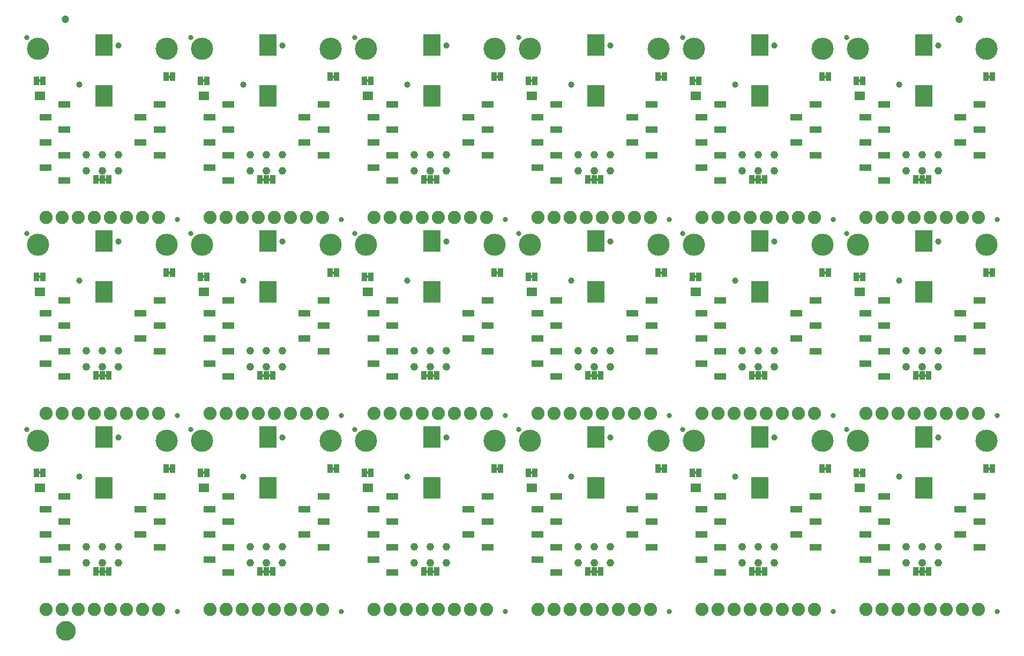
<source format=gbs>
G75*
%MOIN*%
%OFA0B0*%
%FSLAX25Y25*%
%IPPOS*%
%LPD*%
%AMOC8*
5,1,8,0,0,1.08239X$1,22.5*
%
%ADD10C,0.13800*%
%ADD11R,0.03300X0.05800*%
%ADD12C,0.00500*%
%ADD13C,0.08200*%
%ADD14C,0.03300*%
%ADD15R,0.07493X0.04146*%
%ADD16C,0.04808*%
%ADD17R,0.10643X0.13398*%
%ADD18C,0.03950*%
%ADD19C,0.04737*%
%ADD20C,0.05000*%
%ADD21C,0.06706*%
D10*
X0044481Y0138750D03*
X0124481Y0138750D03*
X0146481Y0138750D03*
X0226481Y0138750D03*
X0248481Y0138750D03*
X0328481Y0138750D03*
X0350481Y0138750D03*
X0430481Y0138750D03*
X0452481Y0138750D03*
X0532481Y0138750D03*
X0554481Y0138750D03*
X0634481Y0138750D03*
X0634481Y0260750D03*
X0554481Y0260750D03*
X0532481Y0260750D03*
X0452481Y0260750D03*
X0430481Y0260750D03*
X0350481Y0260750D03*
X0328481Y0260750D03*
X0248481Y0260750D03*
X0226481Y0260750D03*
X0146481Y0260750D03*
X0124481Y0260750D03*
X0044481Y0260750D03*
X0044481Y0382750D03*
X0124481Y0382750D03*
X0146481Y0382750D03*
X0226481Y0382750D03*
X0248481Y0382750D03*
X0328481Y0382750D03*
X0350481Y0382750D03*
X0430481Y0382750D03*
X0452481Y0382750D03*
X0532481Y0382750D03*
X0554481Y0382750D03*
X0634481Y0382750D03*
D11*
X0633981Y0365250D03*
X0637981Y0365250D03*
X0557481Y0362750D03*
X0553481Y0362750D03*
X0553881Y0353250D03*
X0557081Y0353250D03*
X0535981Y0365250D03*
X0531981Y0365250D03*
X0455481Y0362750D03*
X0451481Y0362750D03*
X0451881Y0353250D03*
X0455081Y0353250D03*
X0433981Y0365250D03*
X0429981Y0365250D03*
X0353481Y0362750D03*
X0349481Y0362750D03*
X0349881Y0353250D03*
X0353081Y0353250D03*
X0331981Y0365250D03*
X0327981Y0365250D03*
X0251481Y0362750D03*
X0247481Y0362750D03*
X0247881Y0353250D03*
X0251081Y0353250D03*
X0229981Y0365250D03*
X0225981Y0365250D03*
X0149481Y0362750D03*
X0145481Y0362750D03*
X0145881Y0353250D03*
X0149081Y0353250D03*
X0127981Y0365250D03*
X0123981Y0365250D03*
X0047481Y0362750D03*
X0043481Y0362750D03*
X0043881Y0353250D03*
X0047081Y0353250D03*
X0080481Y0301250D03*
X0084481Y0301250D03*
X0088481Y0301250D03*
X0123981Y0243250D03*
X0127981Y0243250D03*
X0145481Y0240750D03*
X0149481Y0240750D03*
X0149081Y0231250D03*
X0145881Y0231250D03*
X0225981Y0243250D03*
X0229981Y0243250D03*
X0247481Y0240750D03*
X0251481Y0240750D03*
X0251081Y0231250D03*
X0247881Y0231250D03*
X0327981Y0243250D03*
X0331981Y0243250D03*
X0349481Y0240750D03*
X0353481Y0240750D03*
X0353081Y0231250D03*
X0349881Y0231250D03*
X0429981Y0243250D03*
X0433981Y0243250D03*
X0451481Y0240750D03*
X0455481Y0240750D03*
X0455081Y0231250D03*
X0451881Y0231250D03*
X0531981Y0243250D03*
X0535981Y0243250D03*
X0553481Y0240750D03*
X0557481Y0240750D03*
X0557081Y0231250D03*
X0553881Y0231250D03*
X0633981Y0243250D03*
X0637981Y0243250D03*
X0598481Y0301250D03*
X0594481Y0301250D03*
X0590481Y0301250D03*
X0496481Y0301250D03*
X0492481Y0301250D03*
X0488481Y0301250D03*
X0394481Y0301250D03*
X0390481Y0301250D03*
X0386481Y0301250D03*
X0292481Y0301250D03*
X0288481Y0301250D03*
X0284481Y0301250D03*
X0190481Y0301250D03*
X0186481Y0301250D03*
X0182481Y0301250D03*
X0047481Y0240750D03*
X0043481Y0240750D03*
X0043881Y0231250D03*
X0047081Y0231250D03*
X0080481Y0179250D03*
X0084481Y0179250D03*
X0088481Y0179250D03*
X0123981Y0121250D03*
X0127981Y0121250D03*
X0145481Y0118750D03*
X0149481Y0118750D03*
X0149081Y0109250D03*
X0145881Y0109250D03*
X0182481Y0057250D03*
X0186481Y0057250D03*
X0190481Y0057250D03*
X0247881Y0109250D03*
X0251081Y0109250D03*
X0251481Y0118750D03*
X0247481Y0118750D03*
X0229981Y0121250D03*
X0225981Y0121250D03*
X0190481Y0179250D03*
X0186481Y0179250D03*
X0182481Y0179250D03*
X0284481Y0179250D03*
X0288481Y0179250D03*
X0292481Y0179250D03*
X0327981Y0121250D03*
X0331981Y0121250D03*
X0349481Y0118750D03*
X0353481Y0118750D03*
X0353081Y0109250D03*
X0349881Y0109250D03*
X0386481Y0057250D03*
X0390481Y0057250D03*
X0394481Y0057250D03*
X0451881Y0109250D03*
X0455081Y0109250D03*
X0455481Y0118750D03*
X0451481Y0118750D03*
X0433981Y0121250D03*
X0429981Y0121250D03*
X0394481Y0179250D03*
X0390481Y0179250D03*
X0386481Y0179250D03*
X0488481Y0179250D03*
X0492481Y0179250D03*
X0496481Y0179250D03*
X0531981Y0121250D03*
X0535981Y0121250D03*
X0553481Y0118750D03*
X0557481Y0118750D03*
X0557081Y0109250D03*
X0553881Y0109250D03*
X0633981Y0121250D03*
X0637981Y0121250D03*
X0598481Y0179250D03*
X0594481Y0179250D03*
X0590481Y0179250D03*
X0590481Y0057250D03*
X0594481Y0057250D03*
X0598481Y0057250D03*
X0496481Y0057250D03*
X0492481Y0057250D03*
X0488481Y0057250D03*
X0292481Y0057250D03*
X0288481Y0057250D03*
X0284481Y0057250D03*
X0088481Y0057250D03*
X0084481Y0057250D03*
X0080481Y0057250D03*
X0047081Y0109250D03*
X0043881Y0109250D03*
X0043481Y0118750D03*
X0047481Y0118750D03*
D12*
X0046231Y0118981D02*
X0044731Y0118981D01*
X0044731Y0119250D02*
X0044731Y0118250D01*
X0046231Y0118250D01*
X0046231Y0119250D01*
X0044731Y0119250D01*
X0044731Y0118482D02*
X0046231Y0118482D01*
X0125231Y0120750D02*
X0125231Y0121750D01*
X0126731Y0121750D01*
X0126731Y0120750D01*
X0125231Y0120750D01*
X0125231Y0120975D02*
X0126731Y0120975D01*
X0126731Y0121473D02*
X0125231Y0121473D01*
X0146731Y0119250D02*
X0146731Y0118250D01*
X0148231Y0118250D01*
X0148231Y0119250D01*
X0146731Y0119250D01*
X0146731Y0118981D02*
X0148231Y0118981D01*
X0148231Y0118482D02*
X0146731Y0118482D01*
X0227231Y0120750D02*
X0227231Y0121750D01*
X0228731Y0121750D01*
X0228731Y0120750D01*
X0227231Y0120750D01*
X0227231Y0120975D02*
X0228731Y0120975D01*
X0228731Y0121473D02*
X0227231Y0121473D01*
X0248731Y0119250D02*
X0248731Y0118250D01*
X0250231Y0118250D01*
X0250231Y0119250D01*
X0248731Y0119250D01*
X0248731Y0118981D02*
X0250231Y0118981D01*
X0250231Y0118482D02*
X0248731Y0118482D01*
X0329231Y0120750D02*
X0329231Y0121750D01*
X0330731Y0121750D01*
X0330731Y0120750D01*
X0329231Y0120750D01*
X0329231Y0120975D02*
X0330731Y0120975D01*
X0330731Y0121473D02*
X0329231Y0121473D01*
X0350731Y0119250D02*
X0350731Y0118250D01*
X0352231Y0118250D01*
X0352231Y0119250D01*
X0350731Y0119250D01*
X0350731Y0118981D02*
X0352231Y0118981D01*
X0352231Y0118482D02*
X0350731Y0118482D01*
X0431231Y0120750D02*
X0431231Y0121750D01*
X0432731Y0121750D01*
X0432731Y0120750D01*
X0431231Y0120750D01*
X0431231Y0120975D02*
X0432731Y0120975D01*
X0432731Y0121473D02*
X0431231Y0121473D01*
X0452731Y0119250D02*
X0452731Y0118250D01*
X0454231Y0118250D01*
X0454231Y0119250D01*
X0452731Y0119250D01*
X0452731Y0118981D02*
X0454231Y0118981D01*
X0454231Y0118482D02*
X0452731Y0118482D01*
X0533231Y0120750D02*
X0533231Y0121750D01*
X0534731Y0121750D01*
X0534731Y0120750D01*
X0533231Y0120750D01*
X0533231Y0120975D02*
X0534731Y0120975D01*
X0534731Y0121473D02*
X0533231Y0121473D01*
X0554731Y0119250D02*
X0554731Y0118250D01*
X0556231Y0118250D01*
X0556231Y0119250D01*
X0554731Y0119250D01*
X0554731Y0118981D02*
X0556231Y0118981D01*
X0556231Y0118482D02*
X0554731Y0118482D01*
X0635231Y0120750D02*
X0635231Y0121750D01*
X0636731Y0121750D01*
X0636731Y0120750D01*
X0635231Y0120750D01*
X0635231Y0120975D02*
X0636731Y0120975D01*
X0636731Y0121473D02*
X0635231Y0121473D01*
X0597231Y0178750D02*
X0597231Y0179750D01*
X0591731Y0179750D01*
X0591731Y0178750D01*
X0597231Y0178750D01*
X0597231Y0178802D02*
X0591731Y0178802D01*
X0591731Y0179300D02*
X0597231Y0179300D01*
X0495231Y0179300D02*
X0489731Y0179300D01*
X0489731Y0179750D02*
X0489731Y0178750D01*
X0495231Y0178750D01*
X0495231Y0179750D01*
X0489731Y0179750D01*
X0489731Y0178802D02*
X0495231Y0178802D01*
X0454231Y0240250D02*
X0454231Y0241250D01*
X0452731Y0241250D01*
X0452731Y0240250D01*
X0454231Y0240250D01*
X0454231Y0240617D02*
X0452731Y0240617D01*
X0452731Y0241116D02*
X0454231Y0241116D01*
X0432731Y0242750D02*
X0432731Y0243750D01*
X0431231Y0243750D01*
X0431231Y0242750D01*
X0432731Y0242750D01*
X0432731Y0243110D02*
X0431231Y0243110D01*
X0431231Y0243608D02*
X0432731Y0243608D01*
X0352231Y0241250D02*
X0352231Y0240250D01*
X0350731Y0240250D01*
X0350731Y0241250D01*
X0352231Y0241250D01*
X0352231Y0241116D02*
X0350731Y0241116D01*
X0350731Y0240617D02*
X0352231Y0240617D01*
X0330731Y0242750D02*
X0330731Y0243750D01*
X0329231Y0243750D01*
X0329231Y0242750D01*
X0330731Y0242750D01*
X0330731Y0243110D02*
X0329231Y0243110D01*
X0329231Y0243608D02*
X0330731Y0243608D01*
X0250231Y0241250D02*
X0250231Y0240250D01*
X0248731Y0240250D01*
X0248731Y0241250D01*
X0250231Y0241250D01*
X0250231Y0241116D02*
X0248731Y0241116D01*
X0248731Y0240617D02*
X0250231Y0240617D01*
X0228731Y0242750D02*
X0228731Y0243750D01*
X0227231Y0243750D01*
X0227231Y0242750D01*
X0228731Y0242750D01*
X0228731Y0243110D02*
X0227231Y0243110D01*
X0227231Y0243608D02*
X0228731Y0243608D01*
X0148231Y0241250D02*
X0148231Y0240250D01*
X0146731Y0240250D01*
X0146731Y0241250D01*
X0148231Y0241250D01*
X0148231Y0241116D02*
X0146731Y0241116D01*
X0146731Y0240617D02*
X0148231Y0240617D01*
X0126731Y0242750D02*
X0126731Y0243750D01*
X0125231Y0243750D01*
X0125231Y0242750D01*
X0126731Y0242750D01*
X0126731Y0243110D02*
X0125231Y0243110D01*
X0125231Y0243608D02*
X0126731Y0243608D01*
X0046231Y0241250D02*
X0046231Y0240250D01*
X0044731Y0240250D01*
X0044731Y0241250D01*
X0046231Y0241250D01*
X0046231Y0241116D02*
X0044731Y0241116D01*
X0044731Y0240617D02*
X0046231Y0240617D01*
X0081731Y0300750D02*
X0087231Y0300750D01*
X0087231Y0301750D01*
X0081731Y0301750D01*
X0081731Y0300750D01*
X0081731Y0300937D02*
X0087231Y0300937D01*
X0087231Y0301436D02*
X0081731Y0301436D01*
X0046231Y0362250D02*
X0044731Y0362250D01*
X0044731Y0363250D01*
X0046231Y0363250D01*
X0046231Y0362250D01*
X0046231Y0362254D02*
X0044731Y0362254D01*
X0044731Y0362753D02*
X0046231Y0362753D01*
X0125231Y0364750D02*
X0125231Y0365750D01*
X0126731Y0365750D01*
X0126731Y0364750D01*
X0125231Y0364750D01*
X0125231Y0365245D02*
X0126731Y0365245D01*
X0126731Y0365744D02*
X0125231Y0365744D01*
X0146731Y0363250D02*
X0146731Y0362250D01*
X0148231Y0362250D01*
X0148231Y0363250D01*
X0146731Y0363250D01*
X0146731Y0362753D02*
X0148231Y0362753D01*
X0148231Y0362254D02*
X0146731Y0362254D01*
X0227231Y0364750D02*
X0227231Y0365750D01*
X0228731Y0365750D01*
X0228731Y0364750D01*
X0227231Y0364750D01*
X0227231Y0365245D02*
X0228731Y0365245D01*
X0228731Y0365744D02*
X0227231Y0365744D01*
X0248731Y0363250D02*
X0248731Y0362250D01*
X0250231Y0362250D01*
X0250231Y0363250D01*
X0248731Y0363250D01*
X0248731Y0362753D02*
X0250231Y0362753D01*
X0250231Y0362254D02*
X0248731Y0362254D01*
X0329231Y0364750D02*
X0329231Y0365750D01*
X0330731Y0365750D01*
X0330731Y0364750D01*
X0329231Y0364750D01*
X0329231Y0365245D02*
X0330731Y0365245D01*
X0330731Y0365744D02*
X0329231Y0365744D01*
X0350731Y0363250D02*
X0350731Y0362250D01*
X0352231Y0362250D01*
X0352231Y0363250D01*
X0350731Y0363250D01*
X0350731Y0362753D02*
X0352231Y0362753D01*
X0352231Y0362254D02*
X0350731Y0362254D01*
X0431231Y0364750D02*
X0431231Y0365750D01*
X0432731Y0365750D01*
X0432731Y0364750D01*
X0431231Y0364750D01*
X0431231Y0365245D02*
X0432731Y0365245D01*
X0432731Y0365744D02*
X0431231Y0365744D01*
X0452731Y0363250D02*
X0452731Y0362250D01*
X0454231Y0362250D01*
X0454231Y0363250D01*
X0452731Y0363250D01*
X0452731Y0362753D02*
X0454231Y0362753D01*
X0454231Y0362254D02*
X0452731Y0362254D01*
X0533231Y0364750D02*
X0533231Y0365750D01*
X0534731Y0365750D01*
X0534731Y0364750D01*
X0533231Y0364750D01*
X0533231Y0365245D02*
X0534731Y0365245D01*
X0534731Y0365744D02*
X0533231Y0365744D01*
X0554731Y0363250D02*
X0554731Y0362250D01*
X0556231Y0362250D01*
X0556231Y0363250D01*
X0554731Y0363250D01*
X0554731Y0362753D02*
X0556231Y0362753D01*
X0556231Y0362254D02*
X0554731Y0362254D01*
X0635231Y0364750D02*
X0635231Y0365750D01*
X0636731Y0365750D01*
X0636731Y0364750D01*
X0635231Y0364750D01*
X0635231Y0365245D02*
X0636731Y0365245D01*
X0636731Y0365744D02*
X0635231Y0365744D01*
X0597231Y0301750D02*
X0597231Y0300750D01*
X0591731Y0300750D01*
X0591731Y0301750D01*
X0597231Y0301750D01*
X0597231Y0301436D02*
X0591731Y0301436D01*
X0591731Y0300937D02*
X0597231Y0300937D01*
X0635231Y0243750D02*
X0635231Y0242750D01*
X0636731Y0242750D01*
X0636731Y0243750D01*
X0635231Y0243750D01*
X0635231Y0243608D02*
X0636731Y0243608D01*
X0636731Y0243110D02*
X0635231Y0243110D01*
X0556231Y0241250D02*
X0556231Y0240250D01*
X0554731Y0240250D01*
X0554731Y0241250D01*
X0556231Y0241250D01*
X0556231Y0241116D02*
X0554731Y0241116D01*
X0554731Y0240617D02*
X0556231Y0240617D01*
X0534731Y0242750D02*
X0534731Y0243750D01*
X0533231Y0243750D01*
X0533231Y0242750D01*
X0534731Y0242750D01*
X0534731Y0243110D02*
X0533231Y0243110D01*
X0533231Y0243608D02*
X0534731Y0243608D01*
X0495231Y0300750D02*
X0489731Y0300750D01*
X0489731Y0301750D01*
X0495231Y0301750D01*
X0495231Y0300750D01*
X0495231Y0300937D02*
X0489731Y0300937D01*
X0489731Y0301436D02*
X0495231Y0301436D01*
X0393231Y0301436D02*
X0387731Y0301436D01*
X0387731Y0301750D02*
X0387731Y0300750D01*
X0393231Y0300750D01*
X0393231Y0301750D01*
X0387731Y0301750D01*
X0387731Y0300937D02*
X0393231Y0300937D01*
X0291231Y0300937D02*
X0285731Y0300937D01*
X0285731Y0300750D02*
X0291231Y0300750D01*
X0291231Y0301750D01*
X0285731Y0301750D01*
X0285731Y0300750D01*
X0285731Y0301436D02*
X0291231Y0301436D01*
X0189231Y0301436D02*
X0183731Y0301436D01*
X0183731Y0301750D02*
X0183731Y0300750D01*
X0189231Y0300750D01*
X0189231Y0301750D01*
X0183731Y0301750D01*
X0183731Y0300937D02*
X0189231Y0300937D01*
X0189231Y0179750D02*
X0183731Y0179750D01*
X0183731Y0178750D01*
X0189231Y0178750D01*
X0189231Y0179750D01*
X0189231Y0179300D02*
X0183731Y0179300D01*
X0183731Y0178802D02*
X0189231Y0178802D01*
X0285731Y0178802D02*
X0291231Y0178802D01*
X0291231Y0178750D02*
X0291231Y0179750D01*
X0285731Y0179750D01*
X0285731Y0178750D01*
X0291231Y0178750D01*
X0291231Y0179300D02*
X0285731Y0179300D01*
X0387731Y0179300D02*
X0393231Y0179300D01*
X0393231Y0179750D02*
X0393231Y0178750D01*
X0387731Y0178750D01*
X0387731Y0179750D01*
X0393231Y0179750D01*
X0393231Y0178802D02*
X0387731Y0178802D01*
X0387731Y0057750D02*
X0387731Y0056750D01*
X0393231Y0056750D01*
X0393231Y0057750D01*
X0387731Y0057750D01*
X0387731Y0057664D02*
X0393231Y0057664D01*
X0393231Y0057165D02*
X0387731Y0057165D01*
X0291231Y0057165D02*
X0285731Y0057165D01*
X0285731Y0056750D02*
X0291231Y0056750D01*
X0291231Y0057750D01*
X0285731Y0057750D01*
X0285731Y0056750D01*
X0285731Y0057664D02*
X0291231Y0057664D01*
X0189231Y0057664D02*
X0183731Y0057664D01*
X0183731Y0057750D02*
X0183731Y0056750D01*
X0189231Y0056750D01*
X0189231Y0057750D01*
X0183731Y0057750D01*
X0183731Y0057165D02*
X0189231Y0057165D01*
X0087231Y0057165D02*
X0081731Y0057165D01*
X0081731Y0056750D02*
X0087231Y0056750D01*
X0087231Y0057750D01*
X0081731Y0057750D01*
X0081731Y0056750D01*
X0081731Y0057664D02*
X0087231Y0057664D01*
X0087231Y0178750D02*
X0081731Y0178750D01*
X0081731Y0179750D01*
X0087231Y0179750D01*
X0087231Y0178750D01*
X0087231Y0178802D02*
X0081731Y0178802D01*
X0081731Y0179300D02*
X0087231Y0179300D01*
X0489731Y0057750D02*
X0489731Y0056750D01*
X0495231Y0056750D01*
X0495231Y0057750D01*
X0489731Y0057750D01*
X0489731Y0057664D02*
X0495231Y0057664D01*
X0495231Y0057165D02*
X0489731Y0057165D01*
X0591731Y0057165D02*
X0597231Y0057165D01*
X0597231Y0056750D02*
X0597231Y0057750D01*
X0591731Y0057750D01*
X0591731Y0056750D01*
X0597231Y0056750D01*
X0597231Y0057664D02*
X0591731Y0057664D01*
D13*
X0049481Y0033750D03*
X0059481Y0033750D03*
X0069481Y0033750D03*
X0079481Y0033750D03*
X0089481Y0033750D03*
X0099481Y0033750D03*
X0109481Y0033750D03*
X0119481Y0033750D03*
X0151481Y0033750D03*
X0161481Y0033750D03*
X0171481Y0033750D03*
X0181481Y0033750D03*
X0191481Y0033750D03*
X0201481Y0033750D03*
X0211481Y0033750D03*
X0221481Y0033750D03*
X0253481Y0033750D03*
X0263481Y0033750D03*
X0273481Y0033750D03*
X0283481Y0033750D03*
X0293481Y0033750D03*
X0303481Y0033750D03*
X0313481Y0033750D03*
X0323481Y0033750D03*
X0355481Y0033750D03*
X0365481Y0033750D03*
X0375481Y0033750D03*
X0385481Y0033750D03*
X0395481Y0033750D03*
X0405481Y0033750D03*
X0415481Y0033750D03*
X0425481Y0033750D03*
X0457481Y0033750D03*
X0467481Y0033750D03*
X0477481Y0033750D03*
X0487481Y0033750D03*
X0497481Y0033750D03*
X0507481Y0033750D03*
X0517481Y0033750D03*
X0527481Y0033750D03*
X0559481Y0033750D03*
X0569481Y0033750D03*
X0579481Y0033750D03*
X0589481Y0033750D03*
X0599481Y0033750D03*
X0609481Y0033750D03*
X0619481Y0033750D03*
X0629481Y0033750D03*
X0629481Y0155750D03*
X0619481Y0155750D03*
X0609481Y0155750D03*
X0599481Y0155750D03*
X0589481Y0155750D03*
X0579481Y0155750D03*
X0569481Y0155750D03*
X0559481Y0155750D03*
X0527481Y0155750D03*
X0517481Y0155750D03*
X0507481Y0155750D03*
X0497481Y0155750D03*
X0487481Y0155750D03*
X0477481Y0155750D03*
X0467481Y0155750D03*
X0457481Y0155750D03*
X0425481Y0155750D03*
X0415481Y0155750D03*
X0405481Y0155750D03*
X0395481Y0155750D03*
X0385481Y0155750D03*
X0375481Y0155750D03*
X0365481Y0155750D03*
X0355481Y0155750D03*
X0323481Y0155750D03*
X0313481Y0155750D03*
X0303481Y0155750D03*
X0293481Y0155750D03*
X0283481Y0155750D03*
X0273481Y0155750D03*
X0263481Y0155750D03*
X0253481Y0155750D03*
X0221481Y0155750D03*
X0211481Y0155750D03*
X0201481Y0155750D03*
X0191481Y0155750D03*
X0181481Y0155750D03*
X0171481Y0155750D03*
X0161481Y0155750D03*
X0151481Y0155750D03*
X0119481Y0155750D03*
X0109481Y0155750D03*
X0099481Y0155750D03*
X0089481Y0155750D03*
X0079481Y0155750D03*
X0069481Y0155750D03*
X0059481Y0155750D03*
X0049481Y0155750D03*
X0049481Y0277750D03*
X0059481Y0277750D03*
X0069481Y0277750D03*
X0079481Y0277750D03*
X0089481Y0277750D03*
X0099481Y0277750D03*
X0109481Y0277750D03*
X0119481Y0277750D03*
X0151481Y0277750D03*
X0161481Y0277750D03*
X0171481Y0277750D03*
X0181481Y0277750D03*
X0191481Y0277750D03*
X0201481Y0277750D03*
X0211481Y0277750D03*
X0221481Y0277750D03*
X0253481Y0277750D03*
X0263481Y0277750D03*
X0273481Y0277750D03*
X0283481Y0277750D03*
X0293481Y0277750D03*
X0303481Y0277750D03*
X0313481Y0277750D03*
X0323481Y0277750D03*
X0355481Y0277750D03*
X0365481Y0277750D03*
X0375481Y0277750D03*
X0385481Y0277750D03*
X0395481Y0277750D03*
X0405481Y0277750D03*
X0415481Y0277750D03*
X0425481Y0277750D03*
X0457481Y0277750D03*
X0467481Y0277750D03*
X0477481Y0277750D03*
X0487481Y0277750D03*
X0497481Y0277750D03*
X0507481Y0277750D03*
X0517481Y0277750D03*
X0527481Y0277750D03*
X0559481Y0277750D03*
X0569481Y0277750D03*
X0579481Y0277750D03*
X0589481Y0277750D03*
X0599481Y0277750D03*
X0609481Y0277750D03*
X0619481Y0277750D03*
X0629481Y0277750D03*
D14*
X0640981Y0276250D03*
X0547481Y0267750D03*
X0538981Y0276250D03*
X0445481Y0267750D03*
X0436981Y0276250D03*
X0343481Y0267750D03*
X0334981Y0276250D03*
X0241481Y0267750D03*
X0232981Y0276250D03*
X0139481Y0267750D03*
X0130981Y0276250D03*
X0037481Y0267750D03*
X0130981Y0154250D03*
X0139481Y0145750D03*
X0232981Y0154250D03*
X0241481Y0145750D03*
X0334981Y0154250D03*
X0343481Y0145750D03*
X0436981Y0154250D03*
X0445481Y0145750D03*
X0538981Y0154250D03*
X0547481Y0145750D03*
X0640981Y0154250D03*
X0640981Y0032250D03*
X0538981Y0032250D03*
X0436981Y0032250D03*
X0334981Y0032250D03*
X0232981Y0032250D03*
X0130981Y0032250D03*
X0037481Y0145750D03*
X0037481Y0389750D03*
X0139481Y0389750D03*
X0241481Y0389750D03*
X0343481Y0389750D03*
X0445481Y0389750D03*
X0547481Y0389750D03*
D15*
X0527907Y0347961D03*
X0516096Y0340087D03*
X0527907Y0332213D03*
X0516096Y0324339D03*
X0527907Y0316465D03*
X0558996Y0324339D03*
X0570807Y0332213D03*
X0558996Y0340087D03*
X0570807Y0347961D03*
X0618096Y0340087D03*
X0629907Y0332213D03*
X0618096Y0324339D03*
X0629907Y0316465D03*
X0629907Y0347961D03*
X0570807Y0316465D03*
X0558996Y0308591D03*
X0570807Y0300717D03*
X0468807Y0300717D03*
X0456996Y0308591D03*
X0468807Y0316465D03*
X0456996Y0324339D03*
X0468807Y0332213D03*
X0456996Y0340087D03*
X0468807Y0347961D03*
X0425907Y0347961D03*
X0414096Y0340087D03*
X0425907Y0332213D03*
X0414096Y0324339D03*
X0425907Y0316465D03*
X0366807Y0316465D03*
X0354996Y0324339D03*
X0366807Y0332213D03*
X0354996Y0340087D03*
X0366807Y0347961D03*
X0323907Y0347961D03*
X0312096Y0340087D03*
X0323907Y0332213D03*
X0312096Y0324339D03*
X0323907Y0316465D03*
X0354996Y0308591D03*
X0366807Y0300717D03*
X0264807Y0300717D03*
X0252996Y0308591D03*
X0264807Y0316465D03*
X0252996Y0324339D03*
X0264807Y0332213D03*
X0252996Y0340087D03*
X0264807Y0347961D03*
X0221907Y0347961D03*
X0210096Y0340087D03*
X0221907Y0332213D03*
X0210096Y0324339D03*
X0221907Y0316465D03*
X0162807Y0316465D03*
X0150996Y0324339D03*
X0162807Y0332213D03*
X0150996Y0340087D03*
X0162807Y0347961D03*
X0119907Y0347961D03*
X0108096Y0340087D03*
X0119907Y0332213D03*
X0108096Y0324339D03*
X0119907Y0316465D03*
X0150996Y0308591D03*
X0162807Y0300717D03*
X0060807Y0300717D03*
X0048996Y0308591D03*
X0060807Y0316465D03*
X0048996Y0324339D03*
X0060807Y0332213D03*
X0048996Y0340087D03*
X0060807Y0347961D03*
X0060807Y0225961D03*
X0048996Y0218087D03*
X0060807Y0210213D03*
X0048996Y0202339D03*
X0060807Y0194465D03*
X0048996Y0186591D03*
X0060807Y0178717D03*
X0108096Y0202339D03*
X0119907Y0210213D03*
X0108096Y0218087D03*
X0119907Y0225961D03*
X0150996Y0218087D03*
X0162807Y0225961D03*
X0162807Y0210213D03*
X0150996Y0202339D03*
X0162807Y0194465D03*
X0150996Y0186591D03*
X0162807Y0178717D03*
X0119907Y0194465D03*
X0210096Y0202339D03*
X0221907Y0194465D03*
X0221907Y0210213D03*
X0210096Y0218087D03*
X0221907Y0225961D03*
X0252996Y0218087D03*
X0264807Y0210213D03*
X0252996Y0202339D03*
X0264807Y0194465D03*
X0252996Y0186591D03*
X0264807Y0178717D03*
X0312096Y0202339D03*
X0323907Y0210213D03*
X0312096Y0218087D03*
X0323907Y0225961D03*
X0354996Y0218087D03*
X0366807Y0210213D03*
X0354996Y0202339D03*
X0366807Y0194465D03*
X0354996Y0186591D03*
X0366807Y0178717D03*
X0323907Y0194465D03*
X0366807Y0225961D03*
X0414096Y0218087D03*
X0425907Y0225961D03*
X0425907Y0210213D03*
X0414096Y0202339D03*
X0425907Y0194465D03*
X0456996Y0202339D03*
X0468807Y0194465D03*
X0456996Y0186591D03*
X0468807Y0178717D03*
X0468807Y0210213D03*
X0456996Y0218087D03*
X0468807Y0225961D03*
X0516096Y0218087D03*
X0527907Y0225961D03*
X0527907Y0210213D03*
X0516096Y0202339D03*
X0527907Y0194465D03*
X0558996Y0202339D03*
X0570807Y0210213D03*
X0558996Y0218087D03*
X0570807Y0225961D03*
X0570807Y0194465D03*
X0558996Y0186591D03*
X0570807Y0178717D03*
X0618096Y0202339D03*
X0629907Y0210213D03*
X0618096Y0218087D03*
X0629907Y0225961D03*
X0629907Y0194465D03*
X0629907Y0103961D03*
X0618096Y0096087D03*
X0629907Y0088213D03*
X0618096Y0080339D03*
X0629907Y0072465D03*
X0570807Y0072465D03*
X0558996Y0080339D03*
X0570807Y0088213D03*
X0558996Y0096087D03*
X0570807Y0103961D03*
X0527907Y0103961D03*
X0516096Y0096087D03*
X0527907Y0088213D03*
X0516096Y0080339D03*
X0527907Y0072465D03*
X0558996Y0064591D03*
X0570807Y0056717D03*
X0468807Y0056717D03*
X0456996Y0064591D03*
X0468807Y0072465D03*
X0456996Y0080339D03*
X0468807Y0088213D03*
X0456996Y0096087D03*
X0468807Y0103961D03*
X0425907Y0103961D03*
X0414096Y0096087D03*
X0425907Y0088213D03*
X0414096Y0080339D03*
X0425907Y0072465D03*
X0366807Y0072465D03*
X0354996Y0080339D03*
X0366807Y0088213D03*
X0354996Y0096087D03*
X0366807Y0103961D03*
X0323907Y0103961D03*
X0312096Y0096087D03*
X0323907Y0088213D03*
X0312096Y0080339D03*
X0323907Y0072465D03*
X0354996Y0064591D03*
X0366807Y0056717D03*
X0264807Y0056717D03*
X0252996Y0064591D03*
X0264807Y0072465D03*
X0252996Y0080339D03*
X0264807Y0088213D03*
X0252996Y0096087D03*
X0264807Y0103961D03*
X0221907Y0103961D03*
X0210096Y0096087D03*
X0221907Y0088213D03*
X0210096Y0080339D03*
X0221907Y0072465D03*
X0162807Y0072465D03*
X0150996Y0064591D03*
X0162807Y0056717D03*
X0150996Y0080339D03*
X0162807Y0088213D03*
X0150996Y0096087D03*
X0162807Y0103961D03*
X0119907Y0103961D03*
X0108096Y0096087D03*
X0119907Y0088213D03*
X0108096Y0080339D03*
X0119907Y0072465D03*
X0060807Y0072465D03*
X0048996Y0080339D03*
X0060807Y0088213D03*
X0048996Y0096087D03*
X0060807Y0103961D03*
X0048996Y0064591D03*
X0060807Y0056717D03*
X0264807Y0225961D03*
D16*
X0278481Y0194750D03*
X0288481Y0194750D03*
X0298481Y0194750D03*
X0298481Y0184750D03*
X0288481Y0184750D03*
X0278481Y0184750D03*
X0196481Y0184750D03*
X0186481Y0184750D03*
X0176481Y0184750D03*
X0176481Y0194750D03*
X0186481Y0194750D03*
X0196481Y0194750D03*
X0094481Y0194750D03*
X0084481Y0194750D03*
X0074481Y0194750D03*
X0074481Y0184750D03*
X0084481Y0184750D03*
X0094481Y0184750D03*
X0094481Y0072750D03*
X0084481Y0072750D03*
X0074481Y0072750D03*
X0074481Y0062750D03*
X0084481Y0062750D03*
X0094481Y0062750D03*
X0176481Y0062750D03*
X0186481Y0062750D03*
X0186481Y0072750D03*
X0176481Y0072750D03*
X0196481Y0072750D03*
X0196481Y0062750D03*
X0278481Y0062750D03*
X0288481Y0062750D03*
X0298481Y0062750D03*
X0298481Y0072750D03*
X0288481Y0072750D03*
X0278481Y0072750D03*
X0380481Y0072750D03*
X0380481Y0062750D03*
X0390481Y0062750D03*
X0400481Y0062750D03*
X0400481Y0072750D03*
X0390481Y0072750D03*
X0482481Y0072750D03*
X0492481Y0072750D03*
X0492481Y0062750D03*
X0482481Y0062750D03*
X0502481Y0062750D03*
X0502481Y0072750D03*
X0584481Y0072750D03*
X0594481Y0072750D03*
X0604481Y0072750D03*
X0604481Y0062750D03*
X0594481Y0062750D03*
X0584481Y0062750D03*
X0584481Y0184750D03*
X0594481Y0184750D03*
X0604481Y0184750D03*
X0604481Y0194750D03*
X0594481Y0194750D03*
X0584481Y0194750D03*
X0502481Y0194750D03*
X0492481Y0194750D03*
X0482481Y0194750D03*
X0482481Y0184750D03*
X0492481Y0184750D03*
X0502481Y0184750D03*
X0400481Y0184750D03*
X0390481Y0184750D03*
X0380481Y0184750D03*
X0380481Y0194750D03*
X0390481Y0194750D03*
X0400481Y0194750D03*
X0400481Y0306750D03*
X0390481Y0306750D03*
X0380481Y0306750D03*
X0380481Y0316750D03*
X0390481Y0316750D03*
X0400481Y0316750D03*
X0482481Y0316750D03*
X0492481Y0316750D03*
X0492481Y0306750D03*
X0482481Y0306750D03*
X0502481Y0306750D03*
X0502481Y0316750D03*
X0584481Y0316750D03*
X0594481Y0316750D03*
X0604481Y0316750D03*
X0604481Y0306750D03*
X0594481Y0306750D03*
X0584481Y0306750D03*
X0298481Y0306750D03*
X0288481Y0306750D03*
X0278481Y0306750D03*
X0278481Y0316750D03*
X0288481Y0316750D03*
X0298481Y0316750D03*
X0196481Y0316750D03*
X0186481Y0316750D03*
X0176481Y0316750D03*
X0176481Y0306750D03*
X0186481Y0306750D03*
X0196481Y0306750D03*
X0094481Y0306750D03*
X0084481Y0306750D03*
X0074481Y0306750D03*
X0074481Y0316750D03*
X0084481Y0316750D03*
X0094481Y0316750D03*
D17*
X0085481Y0353502D03*
X0085481Y0384998D03*
X0187481Y0384998D03*
X0187481Y0353502D03*
X0289481Y0353502D03*
X0289481Y0384998D03*
X0391481Y0384998D03*
X0391481Y0353502D03*
X0493481Y0353502D03*
X0493481Y0384998D03*
X0595481Y0384998D03*
X0595481Y0353502D03*
X0595481Y0262998D03*
X0595481Y0231502D03*
X0493481Y0231502D03*
X0493481Y0262998D03*
X0391481Y0262998D03*
X0391481Y0231502D03*
X0289481Y0231502D03*
X0289481Y0262998D03*
X0187481Y0262998D03*
X0187481Y0231502D03*
X0085481Y0231502D03*
X0085481Y0262998D03*
X0085481Y0140998D03*
X0085481Y0109502D03*
X0187481Y0109502D03*
X0187481Y0140998D03*
X0289481Y0140998D03*
X0289481Y0109502D03*
X0391481Y0109502D03*
X0391481Y0140998D03*
X0493481Y0140998D03*
X0493481Y0109502D03*
X0595481Y0109502D03*
X0595481Y0140998D03*
D18*
X0604340Y0140604D03*
X0580127Y0116392D03*
X0502340Y0140604D03*
X0478127Y0116392D03*
X0400340Y0140604D03*
X0376127Y0116392D03*
X0298340Y0140604D03*
X0274127Y0116392D03*
X0196340Y0140604D03*
X0172127Y0116392D03*
X0094340Y0140604D03*
X0070127Y0116392D03*
X0070127Y0238392D03*
X0094340Y0262604D03*
X0172127Y0238392D03*
X0196340Y0262604D03*
X0274127Y0238392D03*
X0298340Y0262604D03*
X0376127Y0238392D03*
X0400340Y0262604D03*
X0478127Y0238392D03*
X0502340Y0262604D03*
X0580127Y0238392D03*
X0604340Y0262604D03*
X0580127Y0360392D03*
X0604340Y0384604D03*
X0502340Y0384604D03*
X0478127Y0360392D03*
X0400340Y0384604D03*
X0376127Y0360392D03*
X0298340Y0384604D03*
X0274127Y0360392D03*
X0196340Y0384604D03*
X0172127Y0360392D03*
X0094340Y0384604D03*
X0070127Y0360392D03*
D19*
X0061481Y0401000D03*
X0617481Y0401000D03*
D20*
X0057916Y0020500D02*
X0057918Y0020619D01*
X0057924Y0020738D01*
X0057934Y0020857D01*
X0057948Y0020975D01*
X0057966Y0021093D01*
X0057987Y0021210D01*
X0058013Y0021326D01*
X0058043Y0021442D01*
X0058076Y0021556D01*
X0058113Y0021669D01*
X0058154Y0021781D01*
X0058199Y0021892D01*
X0058247Y0022001D01*
X0058299Y0022108D01*
X0058355Y0022213D01*
X0058414Y0022317D01*
X0058476Y0022418D01*
X0058542Y0022518D01*
X0058611Y0022615D01*
X0058683Y0022709D01*
X0058759Y0022802D01*
X0058837Y0022891D01*
X0058918Y0022978D01*
X0059003Y0023063D01*
X0059090Y0023144D01*
X0059179Y0023222D01*
X0059272Y0023298D01*
X0059366Y0023370D01*
X0059463Y0023439D01*
X0059563Y0023505D01*
X0059664Y0023567D01*
X0059768Y0023626D01*
X0059873Y0023682D01*
X0059980Y0023734D01*
X0060089Y0023782D01*
X0060200Y0023827D01*
X0060312Y0023868D01*
X0060425Y0023905D01*
X0060539Y0023938D01*
X0060655Y0023968D01*
X0060771Y0023994D01*
X0060888Y0024015D01*
X0061006Y0024033D01*
X0061124Y0024047D01*
X0061243Y0024057D01*
X0061362Y0024063D01*
X0061481Y0024065D01*
X0061600Y0024063D01*
X0061719Y0024057D01*
X0061838Y0024047D01*
X0061956Y0024033D01*
X0062074Y0024015D01*
X0062191Y0023994D01*
X0062307Y0023968D01*
X0062423Y0023938D01*
X0062537Y0023905D01*
X0062650Y0023868D01*
X0062762Y0023827D01*
X0062873Y0023782D01*
X0062982Y0023734D01*
X0063089Y0023682D01*
X0063194Y0023626D01*
X0063298Y0023567D01*
X0063399Y0023505D01*
X0063499Y0023439D01*
X0063596Y0023370D01*
X0063690Y0023298D01*
X0063783Y0023222D01*
X0063872Y0023144D01*
X0063959Y0023063D01*
X0064044Y0022978D01*
X0064125Y0022891D01*
X0064203Y0022802D01*
X0064279Y0022709D01*
X0064351Y0022615D01*
X0064420Y0022518D01*
X0064486Y0022418D01*
X0064548Y0022317D01*
X0064607Y0022213D01*
X0064663Y0022108D01*
X0064715Y0022001D01*
X0064763Y0021892D01*
X0064808Y0021781D01*
X0064849Y0021669D01*
X0064886Y0021556D01*
X0064919Y0021442D01*
X0064949Y0021326D01*
X0064975Y0021210D01*
X0064996Y0021093D01*
X0065014Y0020975D01*
X0065028Y0020857D01*
X0065038Y0020738D01*
X0065044Y0020619D01*
X0065046Y0020500D01*
X0065044Y0020381D01*
X0065038Y0020262D01*
X0065028Y0020143D01*
X0065014Y0020025D01*
X0064996Y0019907D01*
X0064975Y0019790D01*
X0064949Y0019674D01*
X0064919Y0019558D01*
X0064886Y0019444D01*
X0064849Y0019331D01*
X0064808Y0019219D01*
X0064763Y0019108D01*
X0064715Y0018999D01*
X0064663Y0018892D01*
X0064607Y0018787D01*
X0064548Y0018683D01*
X0064486Y0018582D01*
X0064420Y0018482D01*
X0064351Y0018385D01*
X0064279Y0018291D01*
X0064203Y0018198D01*
X0064125Y0018109D01*
X0064044Y0018022D01*
X0063959Y0017937D01*
X0063872Y0017856D01*
X0063783Y0017778D01*
X0063690Y0017702D01*
X0063596Y0017630D01*
X0063499Y0017561D01*
X0063399Y0017495D01*
X0063298Y0017433D01*
X0063194Y0017374D01*
X0063089Y0017318D01*
X0062982Y0017266D01*
X0062873Y0017218D01*
X0062762Y0017173D01*
X0062650Y0017132D01*
X0062537Y0017095D01*
X0062423Y0017062D01*
X0062307Y0017032D01*
X0062191Y0017006D01*
X0062074Y0016985D01*
X0061956Y0016967D01*
X0061838Y0016953D01*
X0061719Y0016943D01*
X0061600Y0016937D01*
X0061481Y0016935D01*
X0061362Y0016937D01*
X0061243Y0016943D01*
X0061124Y0016953D01*
X0061006Y0016967D01*
X0060888Y0016985D01*
X0060771Y0017006D01*
X0060655Y0017032D01*
X0060539Y0017062D01*
X0060425Y0017095D01*
X0060312Y0017132D01*
X0060200Y0017173D01*
X0060089Y0017218D01*
X0059980Y0017266D01*
X0059873Y0017318D01*
X0059768Y0017374D01*
X0059664Y0017433D01*
X0059563Y0017495D01*
X0059463Y0017561D01*
X0059366Y0017630D01*
X0059272Y0017702D01*
X0059179Y0017778D01*
X0059090Y0017856D01*
X0059003Y0017937D01*
X0058918Y0018022D01*
X0058837Y0018109D01*
X0058759Y0018198D01*
X0058683Y0018291D01*
X0058611Y0018385D01*
X0058542Y0018482D01*
X0058476Y0018582D01*
X0058414Y0018683D01*
X0058355Y0018787D01*
X0058299Y0018892D01*
X0058247Y0018999D01*
X0058199Y0019108D01*
X0058154Y0019219D01*
X0058113Y0019331D01*
X0058076Y0019444D01*
X0058043Y0019558D01*
X0058013Y0019674D01*
X0057987Y0019790D01*
X0057966Y0019907D01*
X0057948Y0020025D01*
X0057934Y0020143D01*
X0057924Y0020262D01*
X0057918Y0020381D01*
X0057916Y0020500D01*
D21*
X0061481Y0020500D03*
M02*

</source>
